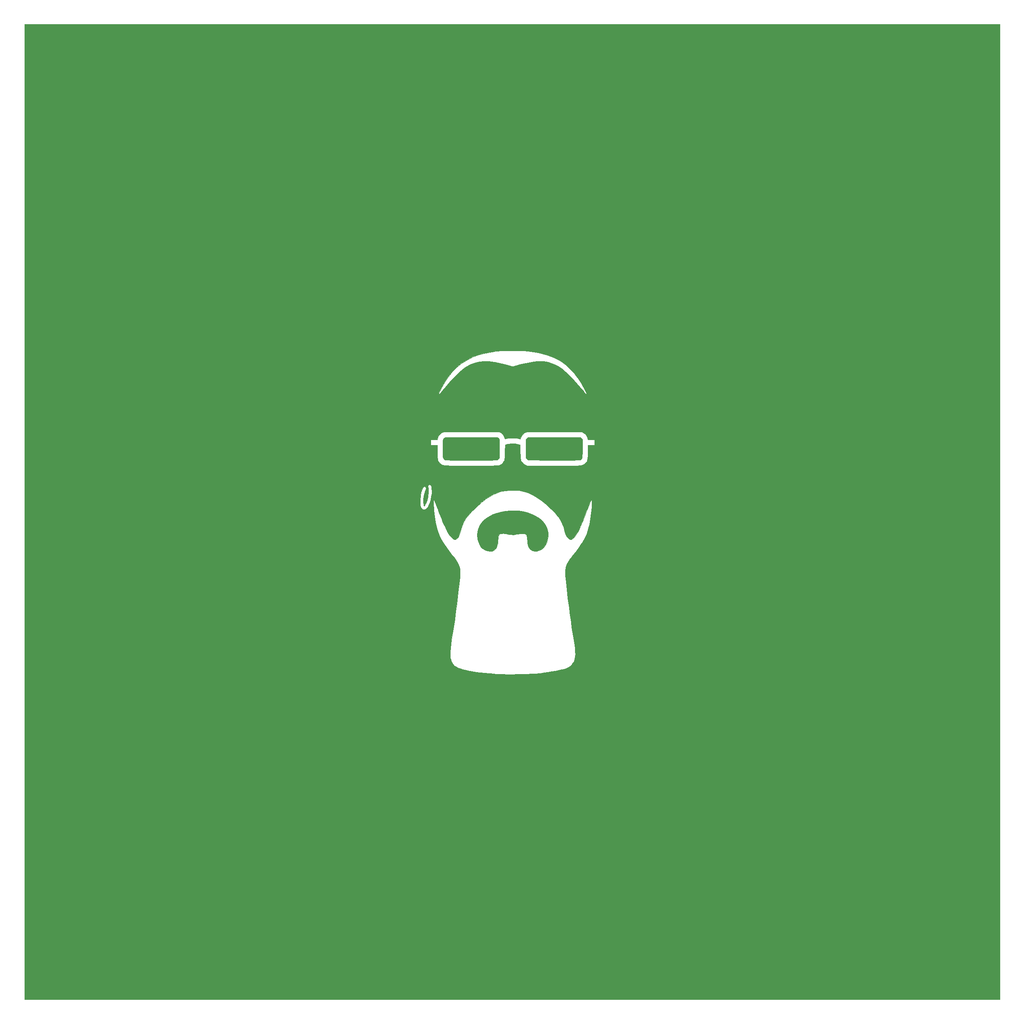
<source format=gbr>
%TF.GenerationSoftware,KiCad,Pcbnew,5.1.6-c6e7f7d~87~ubuntu20.04.1*%
%TF.CreationDate,2020-07-24T20:42:58-07:00*%
%TF.ProjectId,bcdc-coaster,62636463-2d63-46f6-9173-7465722e6b69,rev?*%
%TF.SameCoordinates,Original*%
%TF.FileFunction,Copper,L2,Bot*%
%TF.FilePolarity,Positive*%
%FSLAX46Y46*%
G04 Gerber Fmt 4.6, Leading zero omitted, Abs format (unit mm)*
G04 Created by KiCad (PCBNEW 5.1.6-c6e7f7d~87~ubuntu20.04.1) date 2020-07-24 20:42:58*
%MOMM*%
%LPD*%
G01*
G04 APERTURE LIST*
%TA.AperFunction,EtchedComponent*%
%ADD10C,0.010000*%
%TD*%
G04 APERTURE END LIST*
D10*
%TO.C,G\u002A\u002A\u002A*%
G36*
X-8866934Y16226209D02*
G01*
X-9901045Y16225767D01*
X-10803286Y16224918D01*
X-11582896Y16223467D01*
X-12249116Y16221220D01*
X-12811185Y16217980D01*
X-13278344Y16213554D01*
X-13659834Y16207747D01*
X-13964893Y16200363D01*
X-14202763Y16191207D01*
X-14382683Y16180085D01*
X-14513894Y16166802D01*
X-14605636Y16151163D01*
X-14667148Y16132973D01*
X-14707672Y16112037D01*
X-14720214Y16102737D01*
X-14808309Y16024875D01*
X-14877824Y15939065D01*
X-14930948Y15828546D01*
X-14969871Y15676558D01*
X-14996780Y15466340D01*
X-15013865Y15181132D01*
X-15023315Y14804171D01*
X-15027318Y14318698D01*
X-15028069Y13745333D01*
X-15027363Y13168940D01*
X-15024677Y12716169D01*
X-15018894Y12369536D01*
X-15008897Y12111554D01*
X-14993571Y11924737D01*
X-14971797Y11791599D01*
X-14942461Y11694656D01*
X-14904444Y11616421D01*
X-14890628Y11593080D01*
X-14683383Y11379718D01*
X-14485198Y11293612D01*
X-14368086Y11280699D01*
X-14123577Y11269118D01*
X-13765197Y11258866D01*
X-13306471Y11249941D01*
X-12760926Y11242338D01*
X-12142089Y11236055D01*
X-11463484Y11231090D01*
X-10738639Y11227438D01*
X-9981080Y11225098D01*
X-9204333Y11224065D01*
X-8421924Y11224337D01*
X-7647379Y11225911D01*
X-6894224Y11228784D01*
X-6175987Y11232953D01*
X-5506192Y11238415D01*
X-4898366Y11245167D01*
X-4366036Y11253205D01*
X-3922727Y11262527D01*
X-3581966Y11273130D01*
X-3357279Y11285011D01*
X-3267633Y11296119D01*
X-3059238Y11401074D01*
X-2897216Y11546216D01*
X-2855082Y11605574D01*
X-2821965Y11675185D01*
X-2796782Y11771615D01*
X-2778451Y11911433D01*
X-2765888Y12111208D01*
X-2758012Y12387509D01*
X-2753738Y12756904D01*
X-2751985Y13235962D01*
X-2751667Y13773276D01*
X-2751667Y15815299D01*
X-2957906Y16021539D01*
X-3164145Y16227778D01*
X-8866934Y16226209D01*
G37*
X-8866934Y16226209D02*
X-9901045Y16225767D01*
X-10803286Y16224918D01*
X-11582896Y16223467D01*
X-12249116Y16221220D01*
X-12811185Y16217980D01*
X-13278344Y16213554D01*
X-13659834Y16207747D01*
X-13964893Y16200363D01*
X-14202763Y16191207D01*
X-14382683Y16180085D01*
X-14513894Y16166802D01*
X-14605636Y16151163D01*
X-14667148Y16132973D01*
X-14707672Y16112037D01*
X-14720214Y16102737D01*
X-14808309Y16024875D01*
X-14877824Y15939065D01*
X-14930948Y15828546D01*
X-14969871Y15676558D01*
X-14996780Y15466340D01*
X-15013865Y15181132D01*
X-15023315Y14804171D01*
X-15027318Y14318698D01*
X-15028069Y13745333D01*
X-15027363Y13168940D01*
X-15024677Y12716169D01*
X-15018894Y12369536D01*
X-15008897Y12111554D01*
X-14993571Y11924737D01*
X-14971797Y11791599D01*
X-14942461Y11694656D01*
X-14904444Y11616421D01*
X-14890628Y11593080D01*
X-14683383Y11379718D01*
X-14485198Y11293612D01*
X-14368086Y11280699D01*
X-14123577Y11269118D01*
X-13765197Y11258866D01*
X-13306471Y11249941D01*
X-12760926Y11242338D01*
X-12142089Y11236055D01*
X-11463484Y11231090D01*
X-10738639Y11227438D01*
X-9981080Y11225098D01*
X-9204333Y11224065D01*
X-8421924Y11224337D01*
X-7647379Y11225911D01*
X-6894224Y11228784D01*
X-6175987Y11232953D01*
X-5506192Y11238415D01*
X-4898366Y11245167D01*
X-4366036Y11253205D01*
X-3922727Y11262527D01*
X-3581966Y11273130D01*
X-3357279Y11285011D01*
X-3267633Y11296119D01*
X-3059238Y11401074D01*
X-2897216Y11546216D01*
X-2855082Y11605574D01*
X-2821965Y11675185D01*
X-2796782Y11771615D01*
X-2778451Y11911433D01*
X-2765888Y12111208D01*
X-2758012Y12387509D01*
X-2753738Y12756904D01*
X-2751985Y13235962D01*
X-2751667Y13773276D01*
X-2751667Y15815299D01*
X-2957906Y16021539D01*
X-3164145Y16227778D01*
X-8866934Y16226209D01*
G36*
X2998611Y15795412D02*
G01*
X2977780Y13859402D01*
X2972448Y13232171D01*
X2972936Y12729900D01*
X2981537Y12336485D01*
X3000545Y12035818D01*
X3032251Y11811793D01*
X3078948Y11648305D01*
X3142930Y11529246D01*
X3226488Y11438511D01*
X3331915Y11359994D01*
X3333730Y11358791D01*
X3434405Y11338141D01*
X3662996Y11319046D01*
X4006314Y11301552D01*
X4451173Y11285705D01*
X4984383Y11271552D01*
X5592758Y11259137D01*
X6263110Y11248507D01*
X6982252Y11239708D01*
X7736994Y11232786D01*
X8514150Y11227788D01*
X9300533Y11224758D01*
X10082954Y11223743D01*
X10848225Y11224789D01*
X11583159Y11227942D01*
X12274569Y11233249D01*
X12909266Y11240754D01*
X13474063Y11250504D01*
X13955772Y11262545D01*
X14341205Y11276923D01*
X14617176Y11293684D01*
X14770495Y11312874D01*
X14789976Y11318831D01*
X14914092Y11376249D01*
X15012993Y11437989D01*
X15089541Y11519707D01*
X15146599Y11637058D01*
X15187030Y11805699D01*
X15213698Y12041285D01*
X15229466Y12359470D01*
X15237197Y12775911D01*
X15239755Y13306264D01*
X15240000Y13779460D01*
X15240000Y15815299D01*
X15033761Y16021539D01*
X14827522Y16227778D01*
X3413067Y16227778D01*
X2998611Y15795412D01*
G37*
X2998611Y15795412D02*
X2977780Y13859402D01*
X2972448Y13232171D01*
X2972936Y12729900D01*
X2981537Y12336485D01*
X3000545Y12035818D01*
X3032251Y11811793D01*
X3078948Y11648305D01*
X3142930Y11529246D01*
X3226488Y11438511D01*
X3331915Y11359994D01*
X3333730Y11358791D01*
X3434405Y11338141D01*
X3662996Y11319046D01*
X4006314Y11301552D01*
X4451173Y11285705D01*
X4984383Y11271552D01*
X5592758Y11259137D01*
X6263110Y11248507D01*
X6982252Y11239708D01*
X7736994Y11232786D01*
X8514150Y11227788D01*
X9300533Y11224758D01*
X10082954Y11223743D01*
X10848225Y11224789D01*
X11583159Y11227942D01*
X12274569Y11233249D01*
X12909266Y11240754D01*
X13474063Y11250504D01*
X13955772Y11262545D01*
X14341205Y11276923D01*
X14617176Y11293684D01*
X14770495Y11312874D01*
X14789976Y11318831D01*
X14914092Y11376249D01*
X15012993Y11437989D01*
X15089541Y11519707D01*
X15146599Y11637058D01*
X15187030Y11805699D01*
X15213698Y12041285D01*
X15229466Y12359470D01*
X15237197Y12775911D01*
X15239755Y13306264D01*
X15240000Y13779460D01*
X15240000Y15815299D01*
X15033761Y16021539D01*
X14827522Y16227778D01*
X3413067Y16227778D01*
X2998611Y15795412D01*
G36*
X-427165Y328460D02*
G01*
X-1385695Y238692D01*
X-2328696Y66516D01*
X-3238437Y-181716D01*
X-4097189Y-499653D01*
X-4887222Y-880943D01*
X-5590807Y-1319234D01*
X-6190213Y-1808175D01*
X-6567865Y-2213033D01*
X-7010524Y-2864508D01*
X-7327304Y-3568658D01*
X-7514947Y-4310206D01*
X-7570199Y-5073877D01*
X-7489803Y-5844395D01*
X-7412408Y-6175145D01*
X-7187900Y-6842008D01*
X-6910376Y-7384320D01*
X-6571147Y-7811498D01*
X-6161522Y-8132959D01*
X-5672809Y-8358122D01*
X-5305833Y-8457891D01*
X-4789674Y-8523819D01*
X-4354374Y-8480646D01*
X-3986337Y-8324107D01*
X-3671967Y-8049937D01*
X-3561311Y-7910670D01*
X-3369543Y-7599029D01*
X-3230882Y-7252493D01*
X-3136548Y-6839714D01*
X-3077760Y-6329347D01*
X-3064907Y-6138333D01*
X-3026802Y-5641694D01*
X-2969577Y-5268790D01*
X-2880132Y-5002375D01*
X-2745369Y-4825202D01*
X-2552190Y-4720024D01*
X-2287496Y-4669594D01*
X-1939633Y-4656667D01*
X-1555185Y-4673934D01*
X-1221145Y-4721323D01*
X-1049565Y-4767503D01*
X-676295Y-4860422D01*
X-222249Y-4912131D01*
X257884Y-4920941D01*
X709418Y-4885163D01*
X987778Y-4830399D01*
X1283034Y-4768137D01*
X1649225Y-4715084D01*
X2016175Y-4681038D01*
X2083812Y-4677357D01*
X2395704Y-4666347D01*
X2603558Y-4671986D01*
X2744005Y-4699770D01*
X2853678Y-4755196D01*
X2918109Y-4802559D01*
X3046317Y-4920620D01*
X3140689Y-5059645D01*
X3208722Y-5245264D01*
X3257910Y-5503102D01*
X3295749Y-5858789D01*
X3319088Y-6173611D01*
X3366921Y-6699997D01*
X3436930Y-7114845D01*
X3537853Y-7447086D01*
X3678427Y-7725650D01*
X3862809Y-7974135D01*
X4181934Y-8272077D01*
X4538483Y-8452499D01*
X4952020Y-8521052D01*
X5442106Y-8483388D01*
X5554860Y-8462852D01*
X6113148Y-8290398D01*
X6591812Y-8007515D01*
X6993459Y-7611272D01*
X7320694Y-7098737D01*
X7576122Y-6466981D01*
X7687969Y-6063371D01*
X7811990Y-5270994D01*
X7797401Y-4503486D01*
X7643836Y-3757413D01*
X7367653Y-3062871D01*
X6980418Y-2434471D01*
X6469945Y-1856768D01*
X5846545Y-1334875D01*
X5120526Y-873906D01*
X4302199Y-478977D01*
X3401872Y-155200D01*
X2429855Y92310D01*
X1396456Y258439D01*
X529167Y329469D01*
X-427165Y328460D01*
G37*
X-427165Y328460D02*
X-1385695Y238692D01*
X-2328696Y66516D01*
X-3238437Y-181716D01*
X-4097189Y-499653D01*
X-4887222Y-880943D01*
X-5590807Y-1319234D01*
X-6190213Y-1808175D01*
X-6567865Y-2213033D01*
X-7010524Y-2864508D01*
X-7327304Y-3568658D01*
X-7514947Y-4310206D01*
X-7570199Y-5073877D01*
X-7489803Y-5844395D01*
X-7412408Y-6175145D01*
X-7187900Y-6842008D01*
X-6910376Y-7384320D01*
X-6571147Y-7811498D01*
X-6161522Y-8132959D01*
X-5672809Y-8358122D01*
X-5305833Y-8457891D01*
X-4789674Y-8523819D01*
X-4354374Y-8480646D01*
X-3986337Y-8324107D01*
X-3671967Y-8049937D01*
X-3561311Y-7910670D01*
X-3369543Y-7599029D01*
X-3230882Y-7252493D01*
X-3136548Y-6839714D01*
X-3077760Y-6329347D01*
X-3064907Y-6138333D01*
X-3026802Y-5641694D01*
X-2969577Y-5268790D01*
X-2880132Y-5002375D01*
X-2745369Y-4825202D01*
X-2552190Y-4720024D01*
X-2287496Y-4669594D01*
X-1939633Y-4656667D01*
X-1555185Y-4673934D01*
X-1221145Y-4721323D01*
X-1049565Y-4767503D01*
X-676295Y-4860422D01*
X-222249Y-4912131D01*
X257884Y-4920941D01*
X709418Y-4885163D01*
X987778Y-4830399D01*
X1283034Y-4768137D01*
X1649225Y-4715084D01*
X2016175Y-4681038D01*
X2083812Y-4677357D01*
X2395704Y-4666347D01*
X2603558Y-4671986D01*
X2744005Y-4699770D01*
X2853678Y-4755196D01*
X2918109Y-4802559D01*
X3046317Y-4920620D01*
X3140689Y-5059645D01*
X3208722Y-5245264D01*
X3257910Y-5503102D01*
X3295749Y-5858789D01*
X3319088Y-6173611D01*
X3366921Y-6699997D01*
X3436930Y-7114845D01*
X3537853Y-7447086D01*
X3678427Y-7725650D01*
X3862809Y-7974135D01*
X4181934Y-8272077D01*
X4538483Y-8452499D01*
X4952020Y-8521052D01*
X5442106Y-8483388D01*
X5554860Y-8462852D01*
X6113148Y-8290398D01*
X6591812Y-8007515D01*
X6993459Y-7611272D01*
X7320694Y-7098737D01*
X7576122Y-6466981D01*
X7687969Y-6063371D01*
X7811990Y-5270994D01*
X7797401Y-4503486D01*
X7643836Y-3757413D01*
X7367653Y-3062871D01*
X6980418Y-2434471D01*
X6469945Y-1856768D01*
X5846545Y-1334875D01*
X5120526Y-873906D01*
X4302199Y-478977D01*
X3401872Y-155200D01*
X2429855Y92310D01*
X1396456Y258439D01*
X529167Y329469D01*
X-427165Y328460D01*
G36*
X-105833333Y-105833333D02*
G01*
X105833333Y-105833333D01*
X105833333Y1957822D01*
X17308355Y1957822D01*
X17300685Y1508867D01*
X17271198Y970969D01*
X17222491Y368911D01*
X17157160Y-272529D01*
X17077802Y-928570D01*
X16987013Y-1574432D01*
X16887391Y-2185334D01*
X16781532Y-2736497D01*
X16748781Y-2887230D01*
X16494136Y-3854463D01*
X16172727Y-4759998D01*
X15768517Y-5640807D01*
X15265472Y-6533864D01*
X14956275Y-7020278D01*
X14667334Y-7443327D01*
X14310795Y-7940412D01*
X13911336Y-8478811D01*
X13493638Y-9025801D01*
X13082377Y-9548659D01*
X12702233Y-10014663D01*
X12659726Y-10065391D01*
X12194558Y-10698840D01*
X11858888Y-11347498D01*
X11641559Y-12037927D01*
X11535820Y-12741396D01*
X11530716Y-12994959D01*
X11545748Y-13376838D01*
X11579537Y-13875888D01*
X11630704Y-14480962D01*
X11697871Y-15180915D01*
X11779659Y-15964601D01*
X11874690Y-16820876D01*
X11981584Y-17738593D01*
X12098962Y-18706607D01*
X12225447Y-19713772D01*
X12359659Y-20748943D01*
X12500220Y-21800973D01*
X12645751Y-22858719D01*
X12794873Y-23911033D01*
X12946208Y-24946771D01*
X13098377Y-25954787D01*
X13250001Y-26923935D01*
X13399701Y-27843070D01*
X13415884Y-27940000D01*
X13556626Y-28845819D01*
X13653685Y-29632034D01*
X13706657Y-30313353D01*
X13715139Y-30904482D01*
X13678728Y-31420126D01*
X13597021Y-31874994D01*
X13469613Y-32283792D01*
X13296102Y-32661226D01*
X13285877Y-32680150D01*
X12987418Y-33100181D01*
X12586401Y-33474819D01*
X12139904Y-33758630D01*
X11804945Y-33898707D01*
X11346471Y-34045585D01*
X10781710Y-34195832D01*
X10127886Y-34346016D01*
X9402225Y-34492707D01*
X8621954Y-34632471D01*
X7804297Y-34761878D01*
X6966481Y-34877495D01*
X6125732Y-34975891D01*
X5926667Y-34996438D01*
X5140339Y-35063716D01*
X4240773Y-35120549D01*
X3255486Y-35166532D01*
X2211994Y-35201262D01*
X1137814Y-35224334D01*
X60460Y-35235343D01*
X-992550Y-35233885D01*
X-1993701Y-35219556D01*
X-2915476Y-35191952D01*
X-3730360Y-35150668D01*
X-3880555Y-35140560D01*
X-4984078Y-35055064D01*
X-5980613Y-34960577D01*
X-6904210Y-34852675D01*
X-7788919Y-34726933D01*
X-8668790Y-34578929D01*
X-9577872Y-34404239D01*
X-9630833Y-34393476D01*
X-10252654Y-34262945D01*
X-10755834Y-34147380D01*
X-11161188Y-34040191D01*
X-11489532Y-33934786D01*
X-11761679Y-33824575D01*
X-11998444Y-33702965D01*
X-12192584Y-33582270D01*
X-12578081Y-33284039D01*
X-12870759Y-32952027D01*
X-13111632Y-32537619D01*
X-13158874Y-32436891D01*
X-13293727Y-32083251D01*
X-13389598Y-31692069D01*
X-13446413Y-31249457D01*
X-13464098Y-30741529D01*
X-13442580Y-30154399D01*
X-13381783Y-29474179D01*
X-13281635Y-28686983D01*
X-13142060Y-27778925D01*
X-13133754Y-27728333D01*
X-12909284Y-26322769D01*
X-12680117Y-24808212D01*
X-12450571Y-23216492D01*
X-12224965Y-21579439D01*
X-12007618Y-19928883D01*
X-11802847Y-18296653D01*
X-11614971Y-16714581D01*
X-11496843Y-15663333D01*
X-11406351Y-14812243D01*
X-11339202Y-14082032D01*
X-11300424Y-13453662D01*
X-11295043Y-12908093D01*
X-11328086Y-12426289D01*
X-11404580Y-11989210D01*
X-11529551Y-11577818D01*
X-11708026Y-11173074D01*
X-11945031Y-10755941D01*
X-12245594Y-10307380D01*
X-12614742Y-9808353D01*
X-13057499Y-9239821D01*
X-13260547Y-8983381D01*
X-13945646Y-8095768D01*
X-14531694Y-7280069D01*
X-15028190Y-6518038D01*
X-15444629Y-5791425D01*
X-15790511Y-5081982D01*
X-16075333Y-4371461D01*
X-16308593Y-3641613D01*
X-16499789Y-2874191D01*
X-16540736Y-2681111D01*
X-16641923Y-2145751D01*
X-16737255Y-1559952D01*
X-16824746Y-944270D01*
X-16902409Y-319263D01*
X-16968256Y294513D01*
X-17020302Y876500D01*
X-17056559Y1406142D01*
X-17075041Y1862881D01*
X-17073760Y2226162D01*
X-17050730Y2475426D01*
X-17042682Y2512396D01*
X-17011570Y2618976D01*
X-16978347Y2645092D01*
X-16924308Y2576891D01*
X-16830746Y2400519D01*
X-16794143Y2328333D01*
X-16705866Y2133915D01*
X-16583456Y1836515D01*
X-16438842Y1466536D01*
X-16283953Y1054378D01*
X-16157394Y705556D01*
X-15855596Y-129218D01*
X-15583223Y-855605D01*
X-15329285Y-1500420D01*
X-15082797Y-2090477D01*
X-14832770Y-2652589D01*
X-14568217Y-3213571D01*
X-14463679Y-3427785D01*
X-14086840Y-4156839D01*
X-13737564Y-4754217D01*
X-13411589Y-5225717D01*
X-13104654Y-5577139D01*
X-12812498Y-5814281D01*
X-12644435Y-5903320D01*
X-12470985Y-5960552D01*
X-12325231Y-5949396D01*
X-12160332Y-5881677D01*
X-11927281Y-5733521D01*
X-11722050Y-5516330D01*
X-11537761Y-5216183D01*
X-11367537Y-4819161D01*
X-11204502Y-4311344D01*
X-11041777Y-3678812D01*
X-11014840Y-3563055D01*
X-10822799Y-2931429D01*
X-10538698Y-2270567D01*
X-10186760Y-1631175D01*
X-9868855Y-1164167D01*
X-9702900Y-959924D01*
X-9459130Y-680502D01*
X-9159717Y-350296D01*
X-8826830Y6298D01*
X-8482641Y364883D01*
X-8434551Y414124D01*
X-7495409Y1330681D01*
X-6593232Y2122084D01*
X-5717852Y2796183D01*
X-4859100Y3360832D01*
X-4039195Y3808050D01*
X-3384463Y4106739D01*
X-2768529Y4334450D01*
X-2153713Y4500019D01*
X-1502331Y4612283D01*
X-1339270Y4627518D01*
X-17429646Y4627518D01*
X-17444340Y4117666D01*
X-17498623Y3570259D01*
X-17532743Y3339280D01*
X-17669278Y2659186D01*
X-17842420Y2057621D01*
X-18046196Y1542513D01*
X-18274636Y1121789D01*
X-18521769Y803378D01*
X-18781625Y595207D01*
X-19048233Y505204D01*
X-19315622Y541296D01*
X-19538280Y676385D01*
X-19710318Y865811D01*
X-19834027Y1113844D01*
X-19913235Y1438620D01*
X-19951772Y1858276D01*
X-19953467Y2390949D01*
X-19946050Y2607800D01*
X-19874768Y3478221D01*
X-19736283Y4239689D01*
X-19527220Y4909102D01*
X-19448384Y5098691D01*
X-19292631Y5380956D01*
X-19130161Y5528488D01*
X-18951476Y5547636D01*
X-18840998Y5504760D01*
X-18723488Y5365407D01*
X-18706221Y5126851D01*
X-18789197Y4789206D01*
X-18836669Y4660888D01*
X-18960689Y4279788D01*
X-19074715Y3809625D01*
X-19169176Y3302445D01*
X-19234497Y2810295D01*
X-19261104Y2385223D01*
X-19261273Y2352528D01*
X-19248971Y2005723D01*
X-19215931Y1703827D01*
X-19167180Y1471068D01*
X-19107749Y1331674D01*
X-19044606Y1308612D01*
X-18950269Y1419119D01*
X-18830419Y1634870D01*
X-18698141Y1925376D01*
X-18566519Y2260151D01*
X-18448638Y2608707D01*
X-18375216Y2868291D01*
X-18247132Y3476597D01*
X-18170740Y4071419D01*
X-18148704Y4617537D01*
X-18183689Y5079733D01*
X-18200804Y5173966D01*
X-18240971Y5426349D01*
X-18254712Y5644768D01*
X-18245583Y5747618D01*
X-18146272Y5897150D01*
X-17974742Y5957736D01*
X-17777837Y5916171D01*
X-17735062Y5891547D01*
X-17607248Y5731830D01*
X-17512685Y5454591D01*
X-17452956Y5079823D01*
X-17429646Y4627518D01*
X-1339270Y4627518D01*
X-776703Y4680079D01*
X-211667Y4705590D01*
X694840Y4708489D01*
X1502604Y4654590D01*
X2244709Y4537444D01*
X2954237Y4350600D01*
X3664271Y4087605D01*
X4198056Y3845699D01*
X4980587Y3431869D01*
X5745230Y2952637D01*
X6509372Y2394752D01*
X7290404Y1744964D01*
X8105714Y990023D01*
X8632950Y466490D01*
X8982605Y106442D01*
X9321170Y-250903D01*
X9627947Y-583040D01*
X9882238Y-867467D01*
X10063347Y-1081679D01*
X10100315Y-1128889D01*
X10539628Y-1798155D01*
X10915967Y-2554405D01*
X11207327Y-3349588D01*
X11329363Y-3812629D01*
X11494631Y-4457028D01*
X11676271Y-4972258D01*
X11880625Y-5369904D01*
X12114038Y-5661551D01*
X12382850Y-5858784D01*
X12473343Y-5902132D01*
X12648090Y-5960698D01*
X12793767Y-5949440D01*
X12951448Y-5884523D01*
X13240694Y-5686427D01*
X13553955Y-5359232D01*
X13885271Y-4911729D01*
X14228683Y-4352710D01*
X14578231Y-3690967D01*
X14886348Y-3030249D01*
X15030532Y-2694600D01*
X15212522Y-2256971D01*
X15420182Y-1747356D01*
X15641377Y-1195754D01*
X15863970Y-632160D01*
X16046195Y-163523D01*
X16246661Y352272D01*
X16443294Y850764D01*
X16626908Y1309215D01*
X16788313Y1704890D01*
X16918323Y2015051D01*
X17007750Y2216961D01*
X17010370Y2222500D01*
X17244882Y2716389D01*
X17291611Y2293056D01*
X17308355Y1957822D01*
X105833333Y1957822D01*
X105833333Y15733889D01*
X17921111Y15733889D01*
X17921111Y14534445D01*
X16439445Y14534445D01*
X16439445Y13015234D01*
X16437522Y12464074D01*
X16429249Y12032294D01*
X16410868Y11698189D01*
X16378620Y11440051D01*
X16328747Y11236174D01*
X16257491Y11064852D01*
X16161094Y10904377D01*
X16046815Y10747454D01*
X15784423Y10491035D01*
X15436369Y10271029D01*
X15058058Y10120382D01*
X14947423Y10093734D01*
X14829843Y10084282D01*
X14582453Y10075543D01*
X14216555Y10067613D01*
X13743448Y10060585D01*
X13174433Y10054557D01*
X12520810Y10049622D01*
X11793880Y10045876D01*
X11004943Y10043416D01*
X10165299Y10042334D01*
X9286250Y10042728D01*
X8960556Y10043253D01*
X3280833Y10054167D01*
X2911006Y10221352D01*
X2645240Y10373408D01*
X2388411Y10570573D01*
X2286789Y10670116D01*
X2140323Y10839272D01*
X2026639Y10996862D01*
X1941030Y11164067D01*
X1878791Y11362068D01*
X1835217Y11612046D01*
X1805600Y11935182D01*
X1785237Y12352656D01*
X1769420Y12885649D01*
X1766266Y13012997D01*
X1728611Y14560716D01*
X1340556Y14705567D01*
X1020414Y14787512D01*
X610089Y14838662D01*
X152376Y14859021D01*
X-309931Y14848593D01*
X-734036Y14807381D01*
X-1077146Y14735390D01*
X-1164167Y14705331D01*
X-1516944Y14565553D01*
X-1552222Y12980138D01*
X-1565236Y12452578D01*
X-1579059Y12045866D01*
X-1595561Y11739744D01*
X-1616616Y11513953D01*
X-1644094Y11348234D01*
X-1679868Y11222329D01*
X-1724147Y11119316D01*
X-1982826Y10736630D01*
X-2336745Y10407369D01*
X-2674804Y10203937D01*
X-2734308Y10177300D01*
X-2796317Y10154024D01*
X-2870241Y10133884D01*
X-2965489Y10116651D01*
X-3091473Y10102100D01*
X-3257601Y10090004D01*
X-3473285Y10080136D01*
X-3747932Y10072269D01*
X-4090955Y10066177D01*
X-4511762Y10061632D01*
X-5019764Y10058408D01*
X-5624370Y10056279D01*
X-6334991Y10055016D01*
X-7161036Y10054395D01*
X-8111915Y10054187D01*
X-8890000Y10054167D01*
X-9960945Y10053921D01*
X-10900169Y10053659D01*
X-11717058Y10054090D01*
X-12421001Y10055927D01*
X-13021384Y10059881D01*
X-13527596Y10066663D01*
X-13949023Y10076983D01*
X-14295053Y10091554D01*
X-14575073Y10111087D01*
X-14798472Y10136292D01*
X-14974635Y10167881D01*
X-15112952Y10206565D01*
X-15222809Y10253055D01*
X-15313594Y10308063D01*
X-15394695Y10372300D01*
X-15475498Y10446476D01*
X-15565391Y10531304D01*
X-15599459Y10562485D01*
X-15777772Y10730199D01*
X-15916371Y10885889D01*
X-16020566Y11050281D01*
X-16095668Y11244099D01*
X-16146988Y11488070D01*
X-16179837Y11802918D01*
X-16199525Y12209369D01*
X-16211364Y12728149D01*
X-16214989Y12964583D01*
X-16237478Y14534445D01*
X-17638889Y14534445D01*
X-17638889Y15733889D01*
X-16253548Y15733889D01*
X-16128595Y16130284D01*
X-15929514Y16551711D01*
X-15627435Y16926133D01*
X-15256906Y17213708D01*
X-15131717Y17279854D01*
X-15073834Y17306003D01*
X-15012514Y17328860D01*
X-14938388Y17348647D01*
X-14842086Y17365586D01*
X-14714241Y17379896D01*
X-14545482Y17391801D01*
X-14326441Y17401521D01*
X-14047747Y17409278D01*
X-13700033Y17415293D01*
X-13273928Y17419787D01*
X-12760065Y17422982D01*
X-12149073Y17425100D01*
X-11431583Y17426361D01*
X-10598226Y17426988D01*
X-9639633Y17427201D01*
X-8895362Y17427222D01*
X-7663636Y17426353D01*
X-6572131Y17423739D01*
X-5619970Y17419368D01*
X-4806273Y17413230D01*
X-4130162Y17405315D01*
X-3590759Y17395611D01*
X-3187184Y17384109D01*
X-2918560Y17370797D01*
X-2784007Y17355664D01*
X-2773899Y17352724D01*
X-2337941Y17116293D01*
X-1975359Y16771277D01*
X-1707362Y16340205D01*
X-1626416Y16133788D01*
X-1559748Y15962656D01*
X-1488271Y15897644D01*
X-1373317Y15907885D01*
X-1350810Y15913767D01*
X-803186Y16022208D01*
X-193813Y16077459D01*
X425688Y16078746D01*
X1003695Y16025297D01*
X1358195Y15954321D01*
X1607460Y15891784D01*
X1750226Y15866898D01*
X1815911Y15879384D01*
X1833933Y15928959D01*
X1834445Y15949772D01*
X1894525Y16233894D01*
X2057208Y16542232D01*
X2296156Y16841671D01*
X2585030Y17099097D01*
X2891528Y17278846D01*
X2954940Y17305442D01*
X3019662Y17328679D01*
X3095057Y17348753D01*
X3190489Y17365859D01*
X3315319Y17380190D01*
X3478911Y17391943D01*
X3690627Y17401312D01*
X3959832Y17408492D01*
X4295887Y17413677D01*
X4708155Y17417064D01*
X5206000Y17418845D01*
X5798785Y17419218D01*
X6495871Y17418375D01*
X7306623Y17416513D01*
X8240403Y17413826D01*
X9228865Y17410753D01*
X15215854Y17391945D01*
X15563066Y17178222D01*
X15869578Y16934202D01*
X16135704Y16620422D01*
X16329750Y16280508D01*
X16413765Y16007269D01*
X16457480Y15733889D01*
X17921111Y15733889D01*
X105833333Y15733889D01*
X105833333Y25599406D01*
X16148337Y25599406D01*
X16095849Y25541138D01*
X16093876Y25541111D01*
X16029879Y25593748D01*
X15897134Y25738399D01*
X15712859Y25955176D01*
X15494273Y26224191D01*
X15406672Y26334861D01*
X14873274Y26992890D01*
X14299507Y27663667D01*
X13701618Y28330475D01*
X13095856Y28976596D01*
X12498470Y29585314D01*
X11925708Y30139911D01*
X11393820Y30623671D01*
X10919053Y31019876D01*
X10672084Y31205964D01*
X9755156Y31779470D01*
X8794930Y32219363D01*
X7793899Y32524670D01*
X6894384Y32679753D01*
X6262603Y32715584D01*
X5529232Y32695359D01*
X4720542Y32622712D01*
X3862810Y32501273D01*
X2982310Y32334674D01*
X2105317Y32126548D01*
X1371519Y31916360D01*
X911330Y31777487D01*
X549143Y31684964D01*
X249996Y31637890D01*
X-21075Y31635358D01*
X-299030Y31676467D01*
X-618833Y31760311D01*
X-926477Y31856957D01*
X-1548200Y32039255D01*
X-2264558Y32216775D01*
X-3029150Y32380142D01*
X-3795576Y32519976D01*
X-4517435Y32626900D01*
X-4995205Y32679283D01*
X-6070677Y32713675D01*
X-7093931Y32619794D01*
X-8071832Y32395394D01*
X-9011243Y32038224D01*
X-9919026Y31546038D01*
X-10802044Y30916586D01*
X-11080910Y30685453D01*
X-11925753Y29925025D01*
X-12762619Y29096722D01*
X-13607990Y28183014D01*
X-14478346Y27166372D01*
X-15036679Y26478008D01*
X-15374630Y26063737D01*
X-15635075Y25767370D01*
X-15818217Y25589025D01*
X-15924257Y25528817D01*
X-15953395Y25586864D01*
X-15905834Y25763282D01*
X-15781775Y26058186D01*
X-15581419Y26471695D01*
X-15454386Y26719701D01*
X-14688593Y28073101D01*
X-13863069Y29298931D01*
X-12977894Y30397107D01*
X-12033150Y31367549D01*
X-11028919Y32210175D01*
X-9965283Y32924901D01*
X-8842323Y33511646D01*
X-8572500Y33629822D01*
X-7430672Y34053729D01*
X-6171397Y34410907D01*
X-4802601Y34699383D01*
X-3457222Y34901934D01*
X-3055909Y34940599D01*
X-2540573Y34972920D01*
X-1935427Y34998768D01*
X-1264685Y35018017D01*
X-552560Y35030539D01*
X176737Y35036207D01*
X898990Y35034893D01*
X1589989Y35026472D01*
X2225519Y35010814D01*
X2781368Y34987793D01*
X3233322Y34957282D01*
X3421945Y34938092D01*
X4616713Y34774655D01*
X5695669Y34581389D01*
X6682132Y34352002D01*
X7599424Y34080205D01*
X8470865Y33759709D01*
X9319777Y33384224D01*
X9489722Y33301572D01*
X10585990Y32682076D01*
X11622612Y31935518D01*
X12597501Y31063674D01*
X13508571Y30068321D01*
X13962983Y29493794D01*
X14290079Y29043352D01*
X14613172Y28569141D01*
X14924717Y28085158D01*
X15217168Y27605400D01*
X15482979Y27143864D01*
X15714605Y26714546D01*
X15904499Y26331445D01*
X16045117Y26008556D01*
X16128911Y25759878D01*
X16148337Y25599406D01*
X105833333Y25599406D01*
X105833333Y105833333D01*
X-105833333Y105833333D01*
X-105833333Y-105833333D01*
G37*
X-105833333Y-105833333D02*
X105833333Y-105833333D01*
X105833333Y1957822D01*
X17308355Y1957822D01*
X17300685Y1508867D01*
X17271198Y970969D01*
X17222491Y368911D01*
X17157160Y-272529D01*
X17077802Y-928570D01*
X16987013Y-1574432D01*
X16887391Y-2185334D01*
X16781532Y-2736497D01*
X16748781Y-2887230D01*
X16494136Y-3854463D01*
X16172727Y-4759998D01*
X15768517Y-5640807D01*
X15265472Y-6533864D01*
X14956275Y-7020278D01*
X14667334Y-7443327D01*
X14310795Y-7940412D01*
X13911336Y-8478811D01*
X13493638Y-9025801D01*
X13082377Y-9548659D01*
X12702233Y-10014663D01*
X12659726Y-10065391D01*
X12194558Y-10698840D01*
X11858888Y-11347498D01*
X11641559Y-12037927D01*
X11535820Y-12741396D01*
X11530716Y-12994959D01*
X11545748Y-13376838D01*
X11579537Y-13875888D01*
X11630704Y-14480962D01*
X11697871Y-15180915D01*
X11779659Y-15964601D01*
X11874690Y-16820876D01*
X11981584Y-17738593D01*
X12098962Y-18706607D01*
X12225447Y-19713772D01*
X12359659Y-20748943D01*
X12500220Y-21800973D01*
X12645751Y-22858719D01*
X12794873Y-23911033D01*
X12946208Y-24946771D01*
X13098377Y-25954787D01*
X13250001Y-26923935D01*
X13399701Y-27843070D01*
X13415884Y-27940000D01*
X13556626Y-28845819D01*
X13653685Y-29632034D01*
X13706657Y-30313353D01*
X13715139Y-30904482D01*
X13678728Y-31420126D01*
X13597021Y-31874994D01*
X13469613Y-32283792D01*
X13296102Y-32661226D01*
X13285877Y-32680150D01*
X12987418Y-33100181D01*
X12586401Y-33474819D01*
X12139904Y-33758630D01*
X11804945Y-33898707D01*
X11346471Y-34045585D01*
X10781710Y-34195832D01*
X10127886Y-34346016D01*
X9402225Y-34492707D01*
X8621954Y-34632471D01*
X7804297Y-34761878D01*
X6966481Y-34877495D01*
X6125732Y-34975891D01*
X5926667Y-34996438D01*
X5140339Y-35063716D01*
X4240773Y-35120549D01*
X3255486Y-35166532D01*
X2211994Y-35201262D01*
X1137814Y-35224334D01*
X60460Y-35235343D01*
X-992550Y-35233885D01*
X-1993701Y-35219556D01*
X-2915476Y-35191952D01*
X-3730360Y-35150668D01*
X-3880555Y-35140560D01*
X-4984078Y-35055064D01*
X-5980613Y-34960577D01*
X-6904210Y-34852675D01*
X-7788919Y-34726933D01*
X-8668790Y-34578929D01*
X-9577872Y-34404239D01*
X-9630833Y-34393476D01*
X-10252654Y-34262945D01*
X-10755834Y-34147380D01*
X-11161188Y-34040191D01*
X-11489532Y-33934786D01*
X-11761679Y-33824575D01*
X-11998444Y-33702965D01*
X-12192584Y-33582270D01*
X-12578081Y-33284039D01*
X-12870759Y-32952027D01*
X-13111632Y-32537619D01*
X-13158874Y-32436891D01*
X-13293727Y-32083251D01*
X-13389598Y-31692069D01*
X-13446413Y-31249457D01*
X-13464098Y-30741529D01*
X-13442580Y-30154399D01*
X-13381783Y-29474179D01*
X-13281635Y-28686983D01*
X-13142060Y-27778925D01*
X-13133754Y-27728333D01*
X-12909284Y-26322769D01*
X-12680117Y-24808212D01*
X-12450571Y-23216492D01*
X-12224965Y-21579439D01*
X-12007618Y-19928883D01*
X-11802847Y-18296653D01*
X-11614971Y-16714581D01*
X-11496843Y-15663333D01*
X-11406351Y-14812243D01*
X-11339202Y-14082032D01*
X-11300424Y-13453662D01*
X-11295043Y-12908093D01*
X-11328086Y-12426289D01*
X-11404580Y-11989210D01*
X-11529551Y-11577818D01*
X-11708026Y-11173074D01*
X-11945031Y-10755941D01*
X-12245594Y-10307380D01*
X-12614742Y-9808353D01*
X-13057499Y-9239821D01*
X-13260547Y-8983381D01*
X-13945646Y-8095768D01*
X-14531694Y-7280069D01*
X-15028190Y-6518038D01*
X-15444629Y-5791425D01*
X-15790511Y-5081982D01*
X-16075333Y-4371461D01*
X-16308593Y-3641613D01*
X-16499789Y-2874191D01*
X-16540736Y-2681111D01*
X-16641923Y-2145751D01*
X-16737255Y-1559952D01*
X-16824746Y-944270D01*
X-16902409Y-319263D01*
X-16968256Y294513D01*
X-17020302Y876500D01*
X-17056559Y1406142D01*
X-17075041Y1862881D01*
X-17073760Y2226162D01*
X-17050730Y2475426D01*
X-17042682Y2512396D01*
X-17011570Y2618976D01*
X-16978347Y2645092D01*
X-16924308Y2576891D01*
X-16830746Y2400519D01*
X-16794143Y2328333D01*
X-16705866Y2133915D01*
X-16583456Y1836515D01*
X-16438842Y1466536D01*
X-16283953Y1054378D01*
X-16157394Y705556D01*
X-15855596Y-129218D01*
X-15583223Y-855605D01*
X-15329285Y-1500420D01*
X-15082797Y-2090477D01*
X-14832770Y-2652589D01*
X-14568217Y-3213571D01*
X-14463679Y-3427785D01*
X-14086840Y-4156839D01*
X-13737564Y-4754217D01*
X-13411589Y-5225717D01*
X-13104654Y-5577139D01*
X-12812498Y-5814281D01*
X-12644435Y-5903320D01*
X-12470985Y-5960552D01*
X-12325231Y-5949396D01*
X-12160332Y-5881677D01*
X-11927281Y-5733521D01*
X-11722050Y-5516330D01*
X-11537761Y-5216183D01*
X-11367537Y-4819161D01*
X-11204502Y-4311344D01*
X-11041777Y-3678812D01*
X-11014840Y-3563055D01*
X-10822799Y-2931429D01*
X-10538698Y-2270567D01*
X-10186760Y-1631175D01*
X-9868855Y-1164167D01*
X-9702900Y-959924D01*
X-9459130Y-680502D01*
X-9159717Y-350296D01*
X-8826830Y6298D01*
X-8482641Y364883D01*
X-8434551Y414124D01*
X-7495409Y1330681D01*
X-6593232Y2122084D01*
X-5717852Y2796183D01*
X-4859100Y3360832D01*
X-4039195Y3808050D01*
X-3384463Y4106739D01*
X-2768529Y4334450D01*
X-2153713Y4500019D01*
X-1502331Y4612283D01*
X-1339270Y4627518D01*
X-17429646Y4627518D01*
X-17444340Y4117666D01*
X-17498623Y3570259D01*
X-17532743Y3339280D01*
X-17669278Y2659186D01*
X-17842420Y2057621D01*
X-18046196Y1542513D01*
X-18274636Y1121789D01*
X-18521769Y803378D01*
X-18781625Y595207D01*
X-19048233Y505204D01*
X-19315622Y541296D01*
X-19538280Y676385D01*
X-19710318Y865811D01*
X-19834027Y1113844D01*
X-19913235Y1438620D01*
X-19951772Y1858276D01*
X-19953467Y2390949D01*
X-19946050Y2607800D01*
X-19874768Y3478221D01*
X-19736283Y4239689D01*
X-19527220Y4909102D01*
X-19448384Y5098691D01*
X-19292631Y5380956D01*
X-19130161Y5528488D01*
X-18951476Y5547636D01*
X-18840998Y5504760D01*
X-18723488Y5365407D01*
X-18706221Y5126851D01*
X-18789197Y4789206D01*
X-18836669Y4660888D01*
X-18960689Y4279788D01*
X-19074715Y3809625D01*
X-19169176Y3302445D01*
X-19234497Y2810295D01*
X-19261104Y2385223D01*
X-19261273Y2352528D01*
X-19248971Y2005723D01*
X-19215931Y1703827D01*
X-19167180Y1471068D01*
X-19107749Y1331674D01*
X-19044606Y1308612D01*
X-18950269Y1419119D01*
X-18830419Y1634870D01*
X-18698141Y1925376D01*
X-18566519Y2260151D01*
X-18448638Y2608707D01*
X-18375216Y2868291D01*
X-18247132Y3476597D01*
X-18170740Y4071419D01*
X-18148704Y4617537D01*
X-18183689Y5079733D01*
X-18200804Y5173966D01*
X-18240971Y5426349D01*
X-18254712Y5644768D01*
X-18245583Y5747618D01*
X-18146272Y5897150D01*
X-17974742Y5957736D01*
X-17777837Y5916171D01*
X-17735062Y5891547D01*
X-17607248Y5731830D01*
X-17512685Y5454591D01*
X-17452956Y5079823D01*
X-17429646Y4627518D01*
X-1339270Y4627518D01*
X-776703Y4680079D01*
X-211667Y4705590D01*
X694840Y4708489D01*
X1502604Y4654590D01*
X2244709Y4537444D01*
X2954237Y4350600D01*
X3664271Y4087605D01*
X4198056Y3845699D01*
X4980587Y3431869D01*
X5745230Y2952637D01*
X6509372Y2394752D01*
X7290404Y1744964D01*
X8105714Y990023D01*
X8632950Y466490D01*
X8982605Y106442D01*
X9321170Y-250903D01*
X9627947Y-583040D01*
X9882238Y-867467D01*
X10063347Y-1081679D01*
X10100315Y-1128889D01*
X10539628Y-1798155D01*
X10915967Y-2554405D01*
X11207327Y-3349588D01*
X11329363Y-3812629D01*
X11494631Y-4457028D01*
X11676271Y-4972258D01*
X11880625Y-5369904D01*
X12114038Y-5661551D01*
X12382850Y-5858784D01*
X12473343Y-5902132D01*
X12648090Y-5960698D01*
X12793767Y-5949440D01*
X12951448Y-5884523D01*
X13240694Y-5686427D01*
X13553955Y-5359232D01*
X13885271Y-4911729D01*
X14228683Y-4352710D01*
X14578231Y-3690967D01*
X14886348Y-3030249D01*
X15030532Y-2694600D01*
X15212522Y-2256971D01*
X15420182Y-1747356D01*
X15641377Y-1195754D01*
X15863970Y-632160D01*
X16046195Y-163523D01*
X16246661Y352272D01*
X16443294Y850764D01*
X16626908Y1309215D01*
X16788313Y1704890D01*
X16918323Y2015051D01*
X17007750Y2216961D01*
X17010370Y2222500D01*
X17244882Y2716389D01*
X17291611Y2293056D01*
X17308355Y1957822D01*
X105833333Y1957822D01*
X105833333Y15733889D01*
X17921111Y15733889D01*
X17921111Y14534445D01*
X16439445Y14534445D01*
X16439445Y13015234D01*
X16437522Y12464074D01*
X16429249Y12032294D01*
X16410868Y11698189D01*
X16378620Y11440051D01*
X16328747Y11236174D01*
X16257491Y11064852D01*
X16161094Y10904377D01*
X16046815Y10747454D01*
X15784423Y10491035D01*
X15436369Y10271029D01*
X15058058Y10120382D01*
X14947423Y10093734D01*
X14829843Y10084282D01*
X14582453Y10075543D01*
X14216555Y10067613D01*
X13743448Y10060585D01*
X13174433Y10054557D01*
X12520810Y10049622D01*
X11793880Y10045876D01*
X11004943Y10043416D01*
X10165299Y10042334D01*
X9286250Y10042728D01*
X8960556Y10043253D01*
X3280833Y10054167D01*
X2911006Y10221352D01*
X2645240Y10373408D01*
X2388411Y10570573D01*
X2286789Y10670116D01*
X2140323Y10839272D01*
X2026639Y10996862D01*
X1941030Y11164067D01*
X1878791Y11362068D01*
X1835217Y11612046D01*
X1805600Y11935182D01*
X1785237Y12352656D01*
X1769420Y12885649D01*
X1766266Y13012997D01*
X1728611Y14560716D01*
X1340556Y14705567D01*
X1020414Y14787512D01*
X610089Y14838662D01*
X152376Y14859021D01*
X-309931Y14848593D01*
X-734036Y14807381D01*
X-1077146Y14735390D01*
X-1164167Y14705331D01*
X-1516944Y14565553D01*
X-1552222Y12980138D01*
X-1565236Y12452578D01*
X-1579059Y12045866D01*
X-1595561Y11739744D01*
X-1616616Y11513953D01*
X-1644094Y11348234D01*
X-1679868Y11222329D01*
X-1724147Y11119316D01*
X-1982826Y10736630D01*
X-2336745Y10407369D01*
X-2674804Y10203937D01*
X-2734308Y10177300D01*
X-2796317Y10154024D01*
X-2870241Y10133884D01*
X-2965489Y10116651D01*
X-3091473Y10102100D01*
X-3257601Y10090004D01*
X-3473285Y10080136D01*
X-3747932Y10072269D01*
X-4090955Y10066177D01*
X-4511762Y10061632D01*
X-5019764Y10058408D01*
X-5624370Y10056279D01*
X-6334991Y10055016D01*
X-7161036Y10054395D01*
X-8111915Y10054187D01*
X-8890000Y10054167D01*
X-9960945Y10053921D01*
X-10900169Y10053659D01*
X-11717058Y10054090D01*
X-12421001Y10055927D01*
X-13021384Y10059881D01*
X-13527596Y10066663D01*
X-13949023Y10076983D01*
X-14295053Y10091554D01*
X-14575073Y10111087D01*
X-14798472Y10136292D01*
X-14974635Y10167881D01*
X-15112952Y10206565D01*
X-15222809Y10253055D01*
X-15313594Y10308063D01*
X-15394695Y10372300D01*
X-15475498Y10446476D01*
X-15565391Y10531304D01*
X-15599459Y10562485D01*
X-15777772Y10730199D01*
X-15916371Y10885889D01*
X-16020566Y11050281D01*
X-16095668Y11244099D01*
X-16146988Y11488070D01*
X-16179837Y11802918D01*
X-16199525Y12209369D01*
X-16211364Y12728149D01*
X-16214989Y12964583D01*
X-16237478Y14534445D01*
X-17638889Y14534445D01*
X-17638889Y15733889D01*
X-16253548Y15733889D01*
X-16128595Y16130284D01*
X-15929514Y16551711D01*
X-15627435Y16926133D01*
X-15256906Y17213708D01*
X-15131717Y17279854D01*
X-15073834Y17306003D01*
X-15012514Y17328860D01*
X-14938388Y17348647D01*
X-14842086Y17365586D01*
X-14714241Y17379896D01*
X-14545482Y17391801D01*
X-14326441Y17401521D01*
X-14047747Y17409278D01*
X-13700033Y17415293D01*
X-13273928Y17419787D01*
X-12760065Y17422982D01*
X-12149073Y17425100D01*
X-11431583Y17426361D01*
X-10598226Y17426988D01*
X-9639633Y17427201D01*
X-8895362Y17427222D01*
X-7663636Y17426353D01*
X-6572131Y17423739D01*
X-5619970Y17419368D01*
X-4806273Y17413230D01*
X-4130162Y17405315D01*
X-3590759Y17395611D01*
X-3187184Y17384109D01*
X-2918560Y17370797D01*
X-2784007Y17355664D01*
X-2773899Y17352724D01*
X-2337941Y17116293D01*
X-1975359Y16771277D01*
X-1707362Y16340205D01*
X-1626416Y16133788D01*
X-1559748Y15962656D01*
X-1488271Y15897644D01*
X-1373317Y15907885D01*
X-1350810Y15913767D01*
X-803186Y16022208D01*
X-193813Y16077459D01*
X425688Y16078746D01*
X1003695Y16025297D01*
X1358195Y15954321D01*
X1607460Y15891784D01*
X1750226Y15866898D01*
X1815911Y15879384D01*
X1833933Y15928959D01*
X1834445Y15949772D01*
X1894525Y16233894D01*
X2057208Y16542232D01*
X2296156Y16841671D01*
X2585030Y17099097D01*
X2891528Y17278846D01*
X2954940Y17305442D01*
X3019662Y17328679D01*
X3095057Y17348753D01*
X3190489Y17365859D01*
X3315319Y17380190D01*
X3478911Y17391943D01*
X3690627Y17401312D01*
X3959832Y17408492D01*
X4295887Y17413677D01*
X4708155Y17417064D01*
X5206000Y17418845D01*
X5798785Y17419218D01*
X6495871Y17418375D01*
X7306623Y17416513D01*
X8240403Y17413826D01*
X9228865Y17410753D01*
X15215854Y17391945D01*
X15563066Y17178222D01*
X15869578Y16934202D01*
X16135704Y16620422D01*
X16329750Y16280508D01*
X16413765Y16007269D01*
X16457480Y15733889D01*
X17921111Y15733889D01*
X105833333Y15733889D01*
X105833333Y25599406D01*
X16148337Y25599406D01*
X16095849Y25541138D01*
X16093876Y25541111D01*
X16029879Y25593748D01*
X15897134Y25738399D01*
X15712859Y25955176D01*
X15494273Y26224191D01*
X15406672Y26334861D01*
X14873274Y26992890D01*
X14299507Y27663667D01*
X13701618Y28330475D01*
X13095856Y28976596D01*
X12498470Y29585314D01*
X11925708Y30139911D01*
X11393820Y30623671D01*
X10919053Y31019876D01*
X10672084Y31205964D01*
X9755156Y31779470D01*
X8794930Y32219363D01*
X7793899Y32524670D01*
X6894384Y32679753D01*
X6262603Y32715584D01*
X5529232Y32695359D01*
X4720542Y32622712D01*
X3862810Y32501273D01*
X2982310Y32334674D01*
X2105317Y32126548D01*
X1371519Y31916360D01*
X911330Y31777487D01*
X549143Y31684964D01*
X249996Y31637890D01*
X-21075Y31635358D01*
X-299030Y31676467D01*
X-618833Y31760311D01*
X-926477Y31856957D01*
X-1548200Y32039255D01*
X-2264558Y32216775D01*
X-3029150Y32380142D01*
X-3795576Y32519976D01*
X-4517435Y32626900D01*
X-4995205Y32679283D01*
X-6070677Y32713675D01*
X-7093931Y32619794D01*
X-8071832Y32395394D01*
X-9011243Y32038224D01*
X-9919026Y31546038D01*
X-10802044Y30916586D01*
X-11080910Y30685453D01*
X-11925753Y29925025D01*
X-12762619Y29096722D01*
X-13607990Y28183014D01*
X-14478346Y27166372D01*
X-15036679Y26478008D01*
X-15374630Y26063737D01*
X-15635075Y25767370D01*
X-15818217Y25589025D01*
X-15924257Y25528817D01*
X-15953395Y25586864D01*
X-15905834Y25763282D01*
X-15781775Y26058186D01*
X-15581419Y26471695D01*
X-15454386Y26719701D01*
X-14688593Y28073101D01*
X-13863069Y29298931D01*
X-12977894Y30397107D01*
X-12033150Y31367549D01*
X-11028919Y32210175D01*
X-9965283Y32924901D01*
X-8842323Y33511646D01*
X-8572500Y33629822D01*
X-7430672Y34053729D01*
X-6171397Y34410907D01*
X-4802601Y34699383D01*
X-3457222Y34901934D01*
X-3055909Y34940599D01*
X-2540573Y34972920D01*
X-1935427Y34998768D01*
X-1264685Y35018017D01*
X-552560Y35030539D01*
X176737Y35036207D01*
X898990Y35034893D01*
X1589989Y35026472D01*
X2225519Y35010814D01*
X2781368Y34987793D01*
X3233322Y34957282D01*
X3421945Y34938092D01*
X4616713Y34774655D01*
X5695669Y34581389D01*
X6682132Y34352002D01*
X7599424Y34080205D01*
X8470865Y33759709D01*
X9319777Y33384224D01*
X9489722Y33301572D01*
X10585990Y32682076D01*
X11622612Y31935518D01*
X12597501Y31063674D01*
X13508571Y30068321D01*
X13962983Y29493794D01*
X14290079Y29043352D01*
X14613172Y28569141D01*
X14924717Y28085158D01*
X15217168Y27605400D01*
X15482979Y27143864D01*
X15714605Y26714546D01*
X15904499Y26331445D01*
X16045117Y26008556D01*
X16128911Y25759878D01*
X16148337Y25599406D01*
X105833333Y25599406D01*
X105833333Y105833333D01*
X-105833333Y105833333D01*
X-105833333Y-105833333D01*
%TD*%
M02*

</source>
